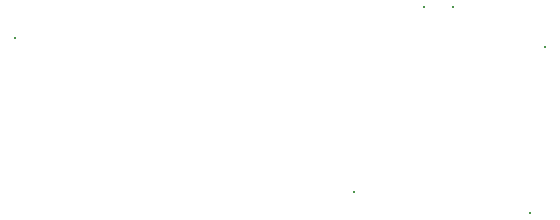
<source format=gbr>
G04 ===== Begin FILE IDENTIFICATION =====*
G04 File Format:  Gerber RS274X*
G04 ===== End FILE IDENTIFICATION =====*
%FSLAX24Y24*%
%MOMM*%
%SFA1.0000B1.0000*%
%OFA0.0B0.0*%
%ADD14C,0.300000*%
%LNhole*%
%IPPOS*%
%LPD*%
G75*
D14*
X-185213Y75094D03*
X101939Y-54865D03*
X185483Y101517D03*
X263423Y67981D03*
X250423Y-72833D03*
X161083Y101517D03*
M02*


</source>
